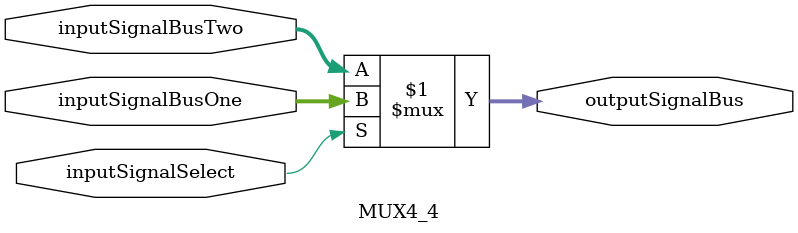
<source format=v>
/**************************************************************************************************
*                  <2019> Interceptor
*          Please refer to license.txt for the 
*          legal contents of this software build
***************************************************************************************************
*Project:          Verilog Modules
*File Name:        MUX4_4.v
*Description:      This file takes three inputs, two buses and one select to select a bus output
***************************************************************************************************
*Change History:
*   Version        Date            Author          Description
*   -------        ----            ------          -----------
*   1.0            29/01/18        Rubber-Duck-999 Creation of file
*
***************************************************************************************************
*Logic table:
*   Input 1  |     Input 2    |     Select     |    Output
*   -----    |     -----      |     -----      |    ------
*   0000     |     1111       |       0        |    1111
*   0001     |     1000       |       0        |    1000
*   0010     |     0100       |       0        |    0100
*   0100     |     0010       |       0        |    0010
*   1000     |     0001       |       0        |    0001
*   1111     |     0000       |       1        |    1111
*
***************************************************************************************************
*Parameters:
*   Name             Direction       Description
*   ----             ---------       ----
*   inputSignalOne   Input           This is the first input signal
*   inputSignalTwo   Input           This is the second input signal
*   inputSignalThree Input           This is the third input signal
*   outputSignalBus  Output          This is the output boolean signal 
*
***************************************************************************************************/
module MUX4_4
(
    inputSignalBusOne,
    inputSignalBusTwo,
	inputSignalSelect,
    outputSignalBus
);

input  [3:0]  inputSignalBusOne;
input  [3:0]  inputSignalBusTwo;
input         inputSignalSelect;

output [3:0]  outputSignalBus;

assign outputSignalBus = (inputSignalSelect) ? inputSignalBusOne: inputSignalBusTwo;

endmodule

</source>
